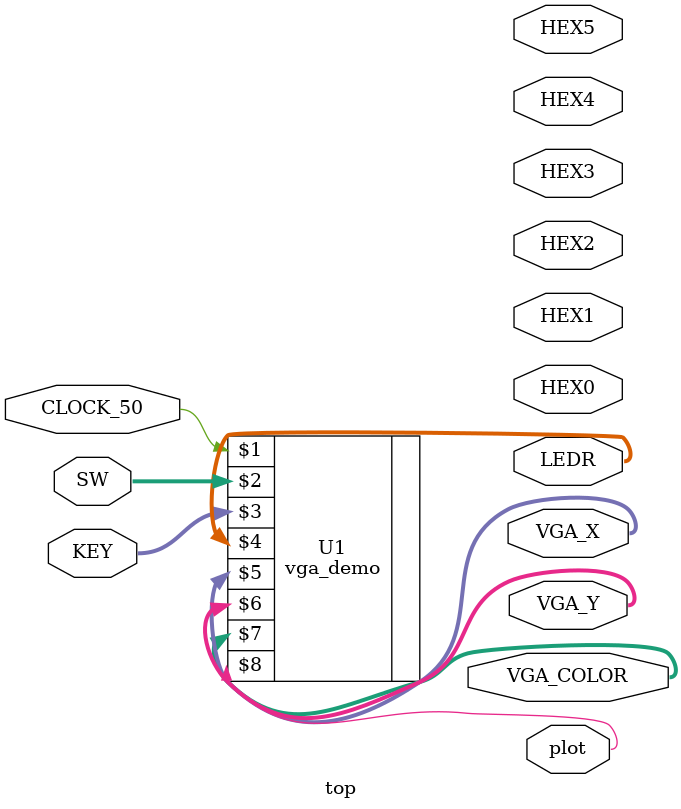
<source format=v>
module top (CLOCK_50, SW, KEY, HEX0, HEX1, HEX2, HEX3, HEX4, HEX5, LEDR, VGA_X, VGA_Y, VGA_COLOR, plot);

    input CLOCK_50;             // DE-series 50 MHz clock signal
    input wire [9:0] SW;        // DE-series switches
    input wire [3:0] KEY;       // DE-series pushbuttons

    output wire [6:0] HEX0;     // DE-series HEX displays
    output wire [6:0] HEX1;
    output wire [6:0] HEX2;
    output wire [6:0] HEX3;
    output wire [6:0] HEX4;
    output wire [6:0] HEX5;

    output wire [9:0] LEDR;     // DE-series LEDs   
    output wire [9:0] VGA_X;
    output wire [8:0] VGA_Y;
    output wire [23:0] VGA_COLOR;
    output wire plot;

    // The VGA resolution, which can be set to "640x480", "320x240", or "160x120"
    parameter RESOLUTION = "640x480";
    parameter COLOR_DEPTH = 9; // Can be set to 9, 6, or 3
    // VGA x bitwidth
    parameter n = (RESOLUTION == "640x480") ? 10 : ((RESOLUTION == "320x240") ? 9 : 8);
    vga_demo U1 (CLOCK_50, SW, KEY, LEDR, VGA_X[n-1:0], VGA_Y[n-2:0], VGA_COLOR, plot);
        defparam U1.RESOLUTION = RESOLUTION;
        defparam U1.COLOR_DEPTH = COLOR_DEPTH;

endmodule


</source>
